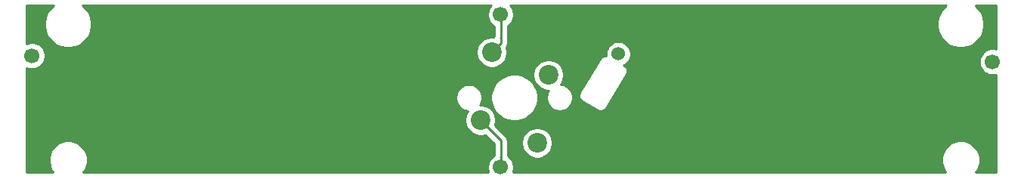
<source format=gbr>
G04 #@! TF.GenerationSoftware,KiCad,Pcbnew,(5.1.6)-1*
G04 #@! TF.CreationDate,2021-12-02T18:02:17-06:00*
G04 #@! TF.ProjectId,Space Hand Wire Helpers,53706163-6520-4486-916e-642057697265,rev?*
G04 #@! TF.SameCoordinates,Original*
G04 #@! TF.FileFunction,Copper,L1,Top*
G04 #@! TF.FilePolarity,Positive*
%FSLAX46Y46*%
G04 Gerber Fmt 4.6, Leading zero omitted, Abs format (unit mm)*
G04 Created by KiCad (PCBNEW (5.1.6)-1) date 2021-12-02 18:02:17*
%MOMM*%
%LPD*%
G01*
G04 APERTURE LIST*
G04 #@! TA.AperFunction,ComponentPad*
%ADD10C,1.700000*%
G04 #@! TD*
G04 #@! TA.AperFunction,ComponentPad*
%ADD11C,1.524000*%
G04 #@! TD*
G04 #@! TA.AperFunction,ComponentPad*
%ADD12C,2.200000*%
G04 #@! TD*
G04 #@! TA.AperFunction,Conductor*
%ADD13C,0.250000*%
G04 #@! TD*
G04 #@! TA.AperFunction,NonConductor*
%ADD14C,0.254000*%
G04 #@! TD*
G04 APERTURE END LIST*
D10*
X145398000Y-103934000D03*
X145398000Y-86834000D03*
X92898000Y-91434000D03*
X200498000Y-92134000D03*
D11*
X158598000Y-91234000D03*
D12*
X143129000Y-98679000D03*
X149479000Y-101219000D03*
X150749000Y-93599000D03*
X144399000Y-91059000D03*
D13*
X145415000Y-89451000D02*
X145398000Y-89434000D01*
X145415000Y-102817000D02*
X145398000Y-102834000D01*
X143129000Y-98679000D02*
X145415000Y-100965000D01*
X145415000Y-100965000D02*
X145415000Y-102817000D01*
X145415000Y-86851000D02*
X145398000Y-86834000D01*
X145415000Y-89451000D02*
X145415000Y-86851000D01*
X145415000Y-103917000D02*
X145398000Y-103934000D01*
X145415000Y-102817000D02*
X145415000Y-103917000D01*
X145415000Y-90043000D02*
X144399000Y-91059000D01*
X145415000Y-89451000D02*
X145415000Y-90043000D01*
D14*
G36*
X95259285Y-85852262D02*
G01*
X94892262Y-86219285D01*
X94603893Y-86650859D01*
X94405261Y-87130399D01*
X94304000Y-87639475D01*
X94304000Y-88158525D01*
X94405261Y-88667601D01*
X94603893Y-89147141D01*
X94892262Y-89578715D01*
X95259285Y-89945738D01*
X95690859Y-90234107D01*
X96170399Y-90432739D01*
X96679475Y-90534000D01*
X97198525Y-90534000D01*
X97707601Y-90432739D01*
X98187141Y-90234107D01*
X98618715Y-89945738D01*
X98985738Y-89578715D01*
X99274107Y-89147141D01*
X99472739Y-88667601D01*
X99574000Y-88158525D01*
X99574000Y-87639475D01*
X99472739Y-87130399D01*
X99274107Y-86650859D01*
X98985738Y-86219285D01*
X98618715Y-85852262D01*
X98579112Y-85825800D01*
X144306093Y-85825800D01*
X144244525Y-85887368D01*
X144082010Y-86130589D01*
X143970068Y-86400842D01*
X143913000Y-86687740D01*
X143913000Y-86980260D01*
X143970068Y-87267158D01*
X144082010Y-87537411D01*
X144244525Y-87780632D01*
X144451368Y-87987475D01*
X144655001Y-88123538D01*
X144655000Y-89265228D01*
X144648998Y-89285015D01*
X144643712Y-89338685D01*
X144569883Y-89324000D01*
X144228117Y-89324000D01*
X143892919Y-89390675D01*
X143577169Y-89521463D01*
X143293002Y-89711337D01*
X143051337Y-89953002D01*
X142861463Y-90237169D01*
X142730675Y-90552919D01*
X142664000Y-90888117D01*
X142664000Y-91229883D01*
X142730675Y-91565081D01*
X142861463Y-91880831D01*
X143051337Y-92164998D01*
X143293002Y-92406663D01*
X143577169Y-92596537D01*
X143892919Y-92727325D01*
X144228117Y-92794000D01*
X144569883Y-92794000D01*
X144905081Y-92727325D01*
X145220831Y-92596537D01*
X145504998Y-92406663D01*
X145746663Y-92164998D01*
X145936537Y-91880831D01*
X146067325Y-91565081D01*
X146134000Y-91229883D01*
X146134000Y-90888117D01*
X146067325Y-90552919D01*
X146037930Y-90481953D01*
X146049974Y-90467277D01*
X146120546Y-90335247D01*
X146137145Y-90280525D01*
X146164003Y-90191986D01*
X146175000Y-90080333D01*
X146175000Y-90080323D01*
X146178676Y-90043000D01*
X146175000Y-90005678D01*
X146175000Y-89488325D01*
X146178676Y-89451000D01*
X146175000Y-89413675D01*
X146175000Y-88100819D01*
X146344632Y-87987475D01*
X146551475Y-87780632D01*
X146713990Y-87537411D01*
X146825932Y-87267158D01*
X146883000Y-86980260D01*
X146883000Y-86687740D01*
X146825932Y-86400842D01*
X146713990Y-86130589D01*
X146551475Y-85887368D01*
X146489907Y-85825800D01*
X195298888Y-85825800D01*
X195259285Y-85852262D01*
X194892262Y-86219285D01*
X194603893Y-86650859D01*
X194405261Y-87130399D01*
X194304000Y-87639475D01*
X194304000Y-88158525D01*
X194405261Y-88667601D01*
X194603893Y-89147141D01*
X194892262Y-89578715D01*
X195259285Y-89945738D01*
X195690859Y-90234107D01*
X196170399Y-90432739D01*
X196679475Y-90534000D01*
X197198525Y-90534000D01*
X197707601Y-90432739D01*
X198187141Y-90234107D01*
X198618715Y-89945738D01*
X198985738Y-89578715D01*
X199274107Y-89147141D01*
X199472739Y-88667601D01*
X199574000Y-88158525D01*
X199574000Y-87639475D01*
X199472739Y-87130399D01*
X199274107Y-86650859D01*
X198985738Y-86219285D01*
X198618715Y-85852262D01*
X198579112Y-85825800D01*
X200864001Y-85825800D01*
X200864001Y-90692709D01*
X200644260Y-90649000D01*
X200351740Y-90649000D01*
X200064842Y-90706068D01*
X199794589Y-90818010D01*
X199551368Y-90980525D01*
X199344525Y-91187368D01*
X199182010Y-91430589D01*
X199070068Y-91700842D01*
X199013000Y-91987740D01*
X199013000Y-92280260D01*
X199070068Y-92567158D01*
X199182010Y-92837411D01*
X199344525Y-93080632D01*
X199551368Y-93287475D01*
X199794589Y-93449990D01*
X200064842Y-93561932D01*
X200351740Y-93619000D01*
X200644260Y-93619000D01*
X200864001Y-93575291D01*
X200864000Y-104471000D01*
X198646796Y-104471000D01*
X198853167Y-104162144D01*
X199015992Y-103769049D01*
X199099000Y-103351741D01*
X199099000Y-102926259D01*
X199015992Y-102508951D01*
X198853167Y-102115856D01*
X198616781Y-101762080D01*
X198315920Y-101461219D01*
X197962144Y-101224833D01*
X197569049Y-101062008D01*
X197151741Y-100979000D01*
X196726259Y-100979000D01*
X196308951Y-101062008D01*
X195915856Y-101224833D01*
X195562080Y-101461219D01*
X195261219Y-101762080D01*
X195024833Y-102115856D01*
X194862008Y-102508951D01*
X194779000Y-102926259D01*
X194779000Y-103351741D01*
X194862008Y-103769049D01*
X195024833Y-104162144D01*
X195231204Y-104471000D01*
X146782919Y-104471000D01*
X146825932Y-104367158D01*
X146883000Y-104080260D01*
X146883000Y-103787740D01*
X146825932Y-103500842D01*
X146713990Y-103230589D01*
X146551475Y-102987368D01*
X146344632Y-102780525D01*
X146175000Y-102667181D01*
X146175000Y-101048117D01*
X147744000Y-101048117D01*
X147744000Y-101389883D01*
X147810675Y-101725081D01*
X147941463Y-102040831D01*
X148131337Y-102324998D01*
X148373002Y-102566663D01*
X148657169Y-102756537D01*
X148972919Y-102887325D01*
X149308117Y-102954000D01*
X149649883Y-102954000D01*
X149985081Y-102887325D01*
X150300831Y-102756537D01*
X150584998Y-102566663D01*
X150826663Y-102324998D01*
X151016537Y-102040831D01*
X151147325Y-101725081D01*
X151214000Y-101389883D01*
X151214000Y-101048117D01*
X151147325Y-100712919D01*
X151016537Y-100397169D01*
X150826663Y-100113002D01*
X150584998Y-99871337D01*
X150300831Y-99681463D01*
X149985081Y-99550675D01*
X149649883Y-99484000D01*
X149308117Y-99484000D01*
X148972919Y-99550675D01*
X148657169Y-99681463D01*
X148373002Y-99871337D01*
X148131337Y-100113002D01*
X147941463Y-100397169D01*
X147810675Y-100712919D01*
X147744000Y-101048117D01*
X146175000Y-101048117D01*
X146175000Y-101002322D01*
X146178676Y-100964999D01*
X146175000Y-100927676D01*
X146175000Y-100927667D01*
X146164003Y-100816014D01*
X146120546Y-100672753D01*
X146049974Y-100540724D01*
X145955001Y-100424999D01*
X145926004Y-100401202D01*
X144771714Y-99246912D01*
X144797325Y-99185081D01*
X144864000Y-98849883D01*
X144864000Y-98508117D01*
X144797325Y-98172919D01*
X144666537Y-97857169D01*
X144476663Y-97573002D01*
X144234998Y-97331337D01*
X143950831Y-97141463D01*
X143635081Y-97010675D01*
X143299883Y-96944000D01*
X143107110Y-96944000D01*
X143174990Y-96842411D01*
X143286932Y-96572158D01*
X143344000Y-96285260D01*
X143344000Y-95992740D01*
X143321471Y-95879475D01*
X144304000Y-95879475D01*
X144304000Y-96398525D01*
X144405261Y-96907601D01*
X144603893Y-97387141D01*
X144892262Y-97818715D01*
X145259285Y-98185738D01*
X145690859Y-98474107D01*
X146170399Y-98672739D01*
X146679475Y-98774000D01*
X147198525Y-98774000D01*
X147707601Y-98672739D01*
X148187141Y-98474107D01*
X148618715Y-98185738D01*
X148985738Y-97818715D01*
X149274107Y-97387141D01*
X149472739Y-96907601D01*
X149574000Y-96398525D01*
X149574000Y-95879475D01*
X149472739Y-95370399D01*
X149274107Y-94890859D01*
X148985738Y-94459285D01*
X148618715Y-94092262D01*
X148187141Y-93803893D01*
X147707601Y-93605261D01*
X147198525Y-93504000D01*
X146679475Y-93504000D01*
X146170399Y-93605261D01*
X145690859Y-93803893D01*
X145259285Y-94092262D01*
X144892262Y-94459285D01*
X144603893Y-94890859D01*
X144405261Y-95370399D01*
X144304000Y-95879475D01*
X143321471Y-95879475D01*
X143286932Y-95705842D01*
X143174990Y-95435589D01*
X143012475Y-95192368D01*
X142805632Y-94985525D01*
X142562411Y-94823010D01*
X142292158Y-94711068D01*
X142005260Y-94654000D01*
X141712740Y-94654000D01*
X141425842Y-94711068D01*
X141155589Y-94823010D01*
X140912368Y-94985525D01*
X140705525Y-95192368D01*
X140543010Y-95435589D01*
X140431068Y-95705842D01*
X140374000Y-95992740D01*
X140374000Y-96285260D01*
X140431068Y-96572158D01*
X140543010Y-96842411D01*
X140705525Y-97085632D01*
X140912368Y-97292475D01*
X141155589Y-97454990D01*
X141425842Y-97566932D01*
X141712740Y-97624000D01*
X141747261Y-97624000D01*
X141591463Y-97857169D01*
X141460675Y-98172919D01*
X141394000Y-98508117D01*
X141394000Y-98849883D01*
X141460675Y-99185081D01*
X141591463Y-99500831D01*
X141781337Y-99784998D01*
X142023002Y-100026663D01*
X142307169Y-100216537D01*
X142622919Y-100347325D01*
X142958117Y-100414000D01*
X143299883Y-100414000D01*
X143635081Y-100347325D01*
X143696912Y-100321714D01*
X144655000Y-101279802D01*
X144655001Y-102644462D01*
X144451368Y-102780525D01*
X144244525Y-102987368D01*
X144082010Y-103230589D01*
X143970068Y-103500842D01*
X143913000Y-103787740D01*
X143913000Y-104080260D01*
X143970068Y-104367158D01*
X144013081Y-104471000D01*
X98646796Y-104471000D01*
X98853167Y-104162144D01*
X99015992Y-103769049D01*
X99099000Y-103351741D01*
X99099000Y-102926259D01*
X99015992Y-102508951D01*
X98853167Y-102115856D01*
X98616781Y-101762080D01*
X98315920Y-101461219D01*
X97962144Y-101224833D01*
X97569049Y-101062008D01*
X97151741Y-100979000D01*
X96726259Y-100979000D01*
X96308951Y-101062008D01*
X95915856Y-101224833D01*
X95562080Y-101461219D01*
X95261219Y-101762080D01*
X95024833Y-102115856D01*
X94862008Y-102508951D01*
X94779000Y-102926259D01*
X94779000Y-103351741D01*
X94862008Y-103769049D01*
X95024833Y-104162144D01*
X95231204Y-104471000D01*
X92302800Y-104471000D01*
X92302800Y-93428117D01*
X149014000Y-93428117D01*
X149014000Y-93769883D01*
X149080675Y-94105081D01*
X149211463Y-94420831D01*
X149401337Y-94704998D01*
X149643002Y-94946663D01*
X149927169Y-95136537D01*
X150242919Y-95267325D01*
X150578117Y-95334000D01*
X150770890Y-95334000D01*
X150703010Y-95435589D01*
X150591068Y-95705842D01*
X150534000Y-95992740D01*
X150534000Y-96285260D01*
X150591068Y-96572158D01*
X150703010Y-96842411D01*
X150865525Y-97085632D01*
X151072368Y-97292475D01*
X151315589Y-97454990D01*
X151585842Y-97566932D01*
X151872740Y-97624000D01*
X152165260Y-97624000D01*
X152452158Y-97566932D01*
X152722411Y-97454990D01*
X152965632Y-97292475D01*
X153172475Y-97085632D01*
X153334990Y-96842411D01*
X153446932Y-96572158D01*
X153504000Y-96285260D01*
X153504000Y-95992740D01*
X153499330Y-95969259D01*
X154176300Y-95969259D01*
X154177376Y-95976533D01*
X154177168Y-95983875D01*
X154187234Y-96043199D01*
X154196039Y-96102740D01*
X154198511Y-96109660D01*
X154199741Y-96116907D01*
X154221189Y-96173132D01*
X154241437Y-96229806D01*
X154245213Y-96236113D01*
X154247832Y-96242978D01*
X154279837Y-96293938D01*
X154310754Y-96345574D01*
X154315687Y-96351022D01*
X154319596Y-96357246D01*
X154360927Y-96400982D01*
X154401324Y-96445595D01*
X154407227Y-96449977D01*
X154412273Y-96455317D01*
X154461324Y-96490137D01*
X154509666Y-96526024D01*
X154546828Y-96543621D01*
X156266385Y-97526226D01*
X156287666Y-97542024D01*
X156324821Y-97559618D01*
X156331158Y-97563239D01*
X156355220Y-97574013D01*
X156409617Y-97599771D01*
X156416745Y-97601560D01*
X156423452Y-97604563D01*
X156482131Y-97617970D01*
X156540492Y-97632617D01*
X156547830Y-97632981D01*
X156554995Y-97634618D01*
X156615139Y-97636319D01*
X156675259Y-97639300D01*
X156682533Y-97638224D01*
X156689875Y-97638432D01*
X156749195Y-97628366D01*
X156808740Y-97619561D01*
X156815661Y-97617088D01*
X156822906Y-97615859D01*
X156879124Y-97594414D01*
X156935806Y-97574163D01*
X156942113Y-97570387D01*
X156948978Y-97567768D01*
X156999929Y-97535769D01*
X157051574Y-97504846D01*
X157057024Y-97499911D01*
X157063245Y-97496004D01*
X157106969Y-97454685D01*
X157151595Y-97414276D01*
X157155977Y-97408373D01*
X157161317Y-97403327D01*
X157196145Y-97354265D01*
X157211871Y-97333081D01*
X157215629Y-97326817D01*
X157239423Y-97293299D01*
X157250252Y-97269112D01*
X159501630Y-93516816D01*
X159525423Y-93483299D01*
X159550003Y-93428401D01*
X159575771Y-93373984D01*
X159577562Y-93366850D01*
X159580563Y-93360146D01*
X159593956Y-93301527D01*
X159608617Y-93243110D01*
X159608981Y-93235762D01*
X159610617Y-93228603D01*
X159612317Y-93168493D01*
X159615300Y-93108342D01*
X159614224Y-93101068D01*
X159614432Y-93093723D01*
X159604364Y-93034386D01*
X159595561Y-92974860D01*
X159593089Y-92967941D01*
X159591859Y-92960692D01*
X159570403Y-92904445D01*
X159550163Y-92847794D01*
X159546389Y-92841491D01*
X159543768Y-92834620D01*
X159511743Y-92783628D01*
X159480846Y-92732026D01*
X159475915Y-92726581D01*
X159472004Y-92720353D01*
X159430640Y-92676581D01*
X159390276Y-92632006D01*
X159384380Y-92627629D01*
X159379327Y-92622282D01*
X159330213Y-92587417D01*
X159281934Y-92551576D01*
X159244795Y-92533990D01*
X159188182Y-92501640D01*
X159259727Y-92472005D01*
X159488535Y-92319120D01*
X159683120Y-92124535D01*
X159836005Y-91895727D01*
X159941314Y-91641490D01*
X159995000Y-91371592D01*
X159995000Y-91096408D01*
X159941314Y-90826510D01*
X159836005Y-90572273D01*
X159683120Y-90343465D01*
X159488535Y-90148880D01*
X159259727Y-89995995D01*
X159005490Y-89890686D01*
X158735592Y-89837000D01*
X158460408Y-89837000D01*
X158190510Y-89890686D01*
X157936273Y-89995995D01*
X157707465Y-90148880D01*
X157512880Y-90343465D01*
X157359995Y-90572273D01*
X157254686Y-90826510D01*
X157201000Y-91096408D01*
X157201000Y-91371592D01*
X157215079Y-91442373D01*
X157176435Y-91441281D01*
X157116340Y-91438301D01*
X157109072Y-91439376D01*
X157101725Y-91439168D01*
X157042387Y-91449236D01*
X156982859Y-91458039D01*
X156975938Y-91460512D01*
X156968693Y-91461741D01*
X156912482Y-91483183D01*
X156855793Y-91503437D01*
X156849485Y-91507214D01*
X156842622Y-91509832D01*
X156791682Y-91541824D01*
X156740025Y-91572754D01*
X156734575Y-91577689D01*
X156728354Y-91581596D01*
X156684641Y-91622905D01*
X156640004Y-91663324D01*
X156635620Y-91669230D01*
X156630283Y-91674273D01*
X156595477Y-91723304D01*
X156579728Y-91744519D01*
X156575964Y-91750792D01*
X156552177Y-91784301D01*
X156541350Y-91808482D01*
X154289973Y-95560779D01*
X154266177Y-95594301D01*
X154241585Y-95649225D01*
X154215829Y-95703617D01*
X154214040Y-95710747D01*
X154211037Y-95717453D01*
X154197634Y-95776116D01*
X154182983Y-95834492D01*
X154182619Y-95841832D01*
X154180982Y-95848997D01*
X154179281Y-95909137D01*
X154176300Y-95969259D01*
X153499330Y-95969259D01*
X153446932Y-95705842D01*
X153334990Y-95435589D01*
X153172475Y-95192368D01*
X152965632Y-94985525D01*
X152722411Y-94823010D01*
X152452158Y-94711068D01*
X152165260Y-94654000D01*
X152130739Y-94654000D01*
X152286537Y-94420831D01*
X152417325Y-94105081D01*
X152484000Y-93769883D01*
X152484000Y-93428117D01*
X152417325Y-93092919D01*
X152286537Y-92777169D01*
X152096663Y-92493002D01*
X151854998Y-92251337D01*
X151570831Y-92061463D01*
X151255081Y-91930675D01*
X150919883Y-91864000D01*
X150578117Y-91864000D01*
X150242919Y-91930675D01*
X149927169Y-92061463D01*
X149643002Y-92251337D01*
X149401337Y-92493002D01*
X149211463Y-92777169D01*
X149080675Y-93092919D01*
X149014000Y-93428117D01*
X92302800Y-93428117D01*
X92302800Y-92794812D01*
X92464842Y-92861932D01*
X92751740Y-92919000D01*
X93044260Y-92919000D01*
X93331158Y-92861932D01*
X93601411Y-92749990D01*
X93844632Y-92587475D01*
X94051475Y-92380632D01*
X94213990Y-92137411D01*
X94325932Y-91867158D01*
X94383000Y-91580260D01*
X94383000Y-91287740D01*
X94325932Y-91000842D01*
X94213990Y-90730589D01*
X94051475Y-90487368D01*
X93844632Y-90280525D01*
X93601411Y-90118010D01*
X93331158Y-90006068D01*
X93044260Y-89949000D01*
X92751740Y-89949000D01*
X92464842Y-90006068D01*
X92302800Y-90073188D01*
X92302800Y-85825800D01*
X95298888Y-85825800D01*
X95259285Y-85852262D01*
G37*
X95259285Y-85852262D02*
X94892262Y-86219285D01*
X94603893Y-86650859D01*
X94405261Y-87130399D01*
X94304000Y-87639475D01*
X94304000Y-88158525D01*
X94405261Y-88667601D01*
X94603893Y-89147141D01*
X94892262Y-89578715D01*
X95259285Y-89945738D01*
X95690859Y-90234107D01*
X96170399Y-90432739D01*
X96679475Y-90534000D01*
X97198525Y-90534000D01*
X97707601Y-90432739D01*
X98187141Y-90234107D01*
X98618715Y-89945738D01*
X98985738Y-89578715D01*
X99274107Y-89147141D01*
X99472739Y-88667601D01*
X99574000Y-88158525D01*
X99574000Y-87639475D01*
X99472739Y-87130399D01*
X99274107Y-86650859D01*
X98985738Y-86219285D01*
X98618715Y-85852262D01*
X98579112Y-85825800D01*
X144306093Y-85825800D01*
X144244525Y-85887368D01*
X144082010Y-86130589D01*
X143970068Y-86400842D01*
X143913000Y-86687740D01*
X143913000Y-86980260D01*
X143970068Y-87267158D01*
X144082010Y-87537411D01*
X144244525Y-87780632D01*
X144451368Y-87987475D01*
X144655001Y-88123538D01*
X144655000Y-89265228D01*
X144648998Y-89285015D01*
X144643712Y-89338685D01*
X144569883Y-89324000D01*
X144228117Y-89324000D01*
X143892919Y-89390675D01*
X143577169Y-89521463D01*
X143293002Y-89711337D01*
X143051337Y-89953002D01*
X142861463Y-90237169D01*
X142730675Y-90552919D01*
X142664000Y-90888117D01*
X142664000Y-91229883D01*
X142730675Y-91565081D01*
X142861463Y-91880831D01*
X143051337Y-92164998D01*
X143293002Y-92406663D01*
X143577169Y-92596537D01*
X143892919Y-92727325D01*
X144228117Y-92794000D01*
X144569883Y-92794000D01*
X144905081Y-92727325D01*
X145220831Y-92596537D01*
X145504998Y-92406663D01*
X145746663Y-92164998D01*
X145936537Y-91880831D01*
X146067325Y-91565081D01*
X146134000Y-91229883D01*
X146134000Y-90888117D01*
X146067325Y-90552919D01*
X146037930Y-90481953D01*
X146049974Y-90467277D01*
X146120546Y-90335247D01*
X146137145Y-90280525D01*
X146164003Y-90191986D01*
X146175000Y-90080333D01*
X146175000Y-90080323D01*
X146178676Y-90043000D01*
X146175000Y-90005678D01*
X146175000Y-89488325D01*
X146178676Y-89451000D01*
X146175000Y-89413675D01*
X146175000Y-88100819D01*
X146344632Y-87987475D01*
X146551475Y-87780632D01*
X146713990Y-87537411D01*
X146825932Y-87267158D01*
X146883000Y-86980260D01*
X146883000Y-86687740D01*
X146825932Y-86400842D01*
X146713990Y-86130589D01*
X146551475Y-85887368D01*
X146489907Y-85825800D01*
X195298888Y-85825800D01*
X195259285Y-85852262D01*
X194892262Y-86219285D01*
X194603893Y-86650859D01*
X194405261Y-87130399D01*
X194304000Y-87639475D01*
X194304000Y-88158525D01*
X194405261Y-88667601D01*
X194603893Y-89147141D01*
X194892262Y-89578715D01*
X195259285Y-89945738D01*
X195690859Y-90234107D01*
X196170399Y-90432739D01*
X196679475Y-90534000D01*
X197198525Y-90534000D01*
X197707601Y-90432739D01*
X198187141Y-90234107D01*
X198618715Y-89945738D01*
X198985738Y-89578715D01*
X199274107Y-89147141D01*
X199472739Y-88667601D01*
X199574000Y-88158525D01*
X199574000Y-87639475D01*
X199472739Y-87130399D01*
X199274107Y-86650859D01*
X198985738Y-86219285D01*
X198618715Y-85852262D01*
X198579112Y-85825800D01*
X200864001Y-85825800D01*
X200864001Y-90692709D01*
X200644260Y-90649000D01*
X200351740Y-90649000D01*
X200064842Y-90706068D01*
X199794589Y-90818010D01*
X199551368Y-90980525D01*
X199344525Y-91187368D01*
X199182010Y-91430589D01*
X199070068Y-91700842D01*
X199013000Y-91987740D01*
X199013000Y-92280260D01*
X199070068Y-92567158D01*
X199182010Y-92837411D01*
X199344525Y-93080632D01*
X199551368Y-93287475D01*
X199794589Y-93449990D01*
X200064842Y-93561932D01*
X200351740Y-93619000D01*
X200644260Y-93619000D01*
X200864001Y-93575291D01*
X200864000Y-104471000D01*
X198646796Y-104471000D01*
X198853167Y-104162144D01*
X199015992Y-103769049D01*
X199099000Y-103351741D01*
X199099000Y-102926259D01*
X199015992Y-102508951D01*
X198853167Y-102115856D01*
X198616781Y-101762080D01*
X198315920Y-101461219D01*
X197962144Y-101224833D01*
X197569049Y-101062008D01*
X197151741Y-100979000D01*
X196726259Y-100979000D01*
X196308951Y-101062008D01*
X195915856Y-101224833D01*
X195562080Y-101461219D01*
X195261219Y-101762080D01*
X195024833Y-102115856D01*
X194862008Y-102508951D01*
X194779000Y-102926259D01*
X194779000Y-103351741D01*
X194862008Y-103769049D01*
X195024833Y-104162144D01*
X195231204Y-104471000D01*
X146782919Y-104471000D01*
X146825932Y-104367158D01*
X146883000Y-104080260D01*
X146883000Y-103787740D01*
X146825932Y-103500842D01*
X146713990Y-103230589D01*
X146551475Y-102987368D01*
X146344632Y-102780525D01*
X146175000Y-102667181D01*
X146175000Y-101048117D01*
X147744000Y-101048117D01*
X147744000Y-101389883D01*
X147810675Y-101725081D01*
X147941463Y-102040831D01*
X148131337Y-102324998D01*
X148373002Y-102566663D01*
X148657169Y-102756537D01*
X148972919Y-102887325D01*
X149308117Y-102954000D01*
X149649883Y-102954000D01*
X149985081Y-102887325D01*
X150300831Y-102756537D01*
X150584998Y-102566663D01*
X150826663Y-102324998D01*
X151016537Y-102040831D01*
X151147325Y-101725081D01*
X151214000Y-101389883D01*
X151214000Y-101048117D01*
X151147325Y-100712919D01*
X151016537Y-100397169D01*
X150826663Y-100113002D01*
X150584998Y-99871337D01*
X150300831Y-99681463D01*
X149985081Y-99550675D01*
X149649883Y-99484000D01*
X149308117Y-99484000D01*
X148972919Y-99550675D01*
X148657169Y-99681463D01*
X148373002Y-99871337D01*
X148131337Y-100113002D01*
X147941463Y-100397169D01*
X147810675Y-100712919D01*
X147744000Y-101048117D01*
X146175000Y-101048117D01*
X146175000Y-101002322D01*
X146178676Y-100964999D01*
X146175000Y-100927676D01*
X146175000Y-100927667D01*
X146164003Y-100816014D01*
X146120546Y-100672753D01*
X146049974Y-100540724D01*
X145955001Y-100424999D01*
X145926004Y-100401202D01*
X144771714Y-99246912D01*
X144797325Y-99185081D01*
X144864000Y-98849883D01*
X144864000Y-98508117D01*
X144797325Y-98172919D01*
X144666537Y-97857169D01*
X144476663Y-97573002D01*
X144234998Y-97331337D01*
X143950831Y-97141463D01*
X143635081Y-97010675D01*
X143299883Y-96944000D01*
X143107110Y-96944000D01*
X143174990Y-96842411D01*
X143286932Y-96572158D01*
X143344000Y-96285260D01*
X143344000Y-95992740D01*
X143321471Y-95879475D01*
X144304000Y-95879475D01*
X144304000Y-96398525D01*
X144405261Y-96907601D01*
X144603893Y-97387141D01*
X144892262Y-97818715D01*
X145259285Y-98185738D01*
X145690859Y-98474107D01*
X146170399Y-98672739D01*
X146679475Y-98774000D01*
X147198525Y-98774000D01*
X147707601Y-98672739D01*
X148187141Y-98474107D01*
X148618715Y-98185738D01*
X148985738Y-97818715D01*
X149274107Y-97387141D01*
X149472739Y-96907601D01*
X149574000Y-96398525D01*
X149574000Y-95879475D01*
X149472739Y-95370399D01*
X149274107Y-94890859D01*
X148985738Y-94459285D01*
X148618715Y-94092262D01*
X148187141Y-93803893D01*
X147707601Y-93605261D01*
X147198525Y-93504000D01*
X146679475Y-93504000D01*
X146170399Y-93605261D01*
X145690859Y-93803893D01*
X145259285Y-94092262D01*
X144892262Y-94459285D01*
X144603893Y-94890859D01*
X144405261Y-95370399D01*
X144304000Y-95879475D01*
X143321471Y-95879475D01*
X143286932Y-95705842D01*
X143174990Y-95435589D01*
X143012475Y-95192368D01*
X142805632Y-94985525D01*
X142562411Y-94823010D01*
X142292158Y-94711068D01*
X142005260Y-94654000D01*
X141712740Y-94654000D01*
X141425842Y-94711068D01*
X141155589Y-94823010D01*
X140912368Y-94985525D01*
X140705525Y-95192368D01*
X140543010Y-95435589D01*
X140431068Y-95705842D01*
X140374000Y-95992740D01*
X140374000Y-96285260D01*
X140431068Y-96572158D01*
X140543010Y-96842411D01*
X140705525Y-97085632D01*
X140912368Y-97292475D01*
X141155589Y-97454990D01*
X141425842Y-97566932D01*
X141712740Y-97624000D01*
X141747261Y-97624000D01*
X141591463Y-97857169D01*
X141460675Y-98172919D01*
X141394000Y-98508117D01*
X141394000Y-98849883D01*
X141460675Y-99185081D01*
X141591463Y-99500831D01*
X141781337Y-99784998D01*
X142023002Y-100026663D01*
X142307169Y-100216537D01*
X142622919Y-100347325D01*
X142958117Y-100414000D01*
X143299883Y-100414000D01*
X143635081Y-100347325D01*
X143696912Y-100321714D01*
X144655000Y-101279802D01*
X144655001Y-102644462D01*
X144451368Y-102780525D01*
X144244525Y-102987368D01*
X144082010Y-103230589D01*
X143970068Y-103500842D01*
X143913000Y-103787740D01*
X143913000Y-104080260D01*
X143970068Y-104367158D01*
X144013081Y-104471000D01*
X98646796Y-104471000D01*
X98853167Y-104162144D01*
X99015992Y-103769049D01*
X99099000Y-103351741D01*
X99099000Y-102926259D01*
X99015992Y-102508951D01*
X98853167Y-102115856D01*
X98616781Y-101762080D01*
X98315920Y-101461219D01*
X97962144Y-101224833D01*
X97569049Y-101062008D01*
X97151741Y-100979000D01*
X96726259Y-100979000D01*
X96308951Y-101062008D01*
X95915856Y-101224833D01*
X95562080Y-101461219D01*
X95261219Y-101762080D01*
X95024833Y-102115856D01*
X94862008Y-102508951D01*
X94779000Y-102926259D01*
X94779000Y-103351741D01*
X94862008Y-103769049D01*
X95024833Y-104162144D01*
X95231204Y-104471000D01*
X92302800Y-104471000D01*
X92302800Y-93428117D01*
X149014000Y-93428117D01*
X149014000Y-93769883D01*
X149080675Y-94105081D01*
X149211463Y-94420831D01*
X149401337Y-94704998D01*
X149643002Y-94946663D01*
X149927169Y-95136537D01*
X150242919Y-95267325D01*
X150578117Y-95334000D01*
X150770890Y-95334000D01*
X150703010Y-95435589D01*
X150591068Y-95705842D01*
X150534000Y-95992740D01*
X150534000Y-96285260D01*
X150591068Y-96572158D01*
X150703010Y-96842411D01*
X150865525Y-97085632D01*
X151072368Y-97292475D01*
X151315589Y-97454990D01*
X151585842Y-97566932D01*
X151872740Y-97624000D01*
X152165260Y-97624000D01*
X152452158Y-97566932D01*
X152722411Y-97454990D01*
X152965632Y-97292475D01*
X153172475Y-97085632D01*
X153334990Y-96842411D01*
X153446932Y-96572158D01*
X153504000Y-96285260D01*
X153504000Y-95992740D01*
X153499330Y-95969259D01*
X154176300Y-95969259D01*
X154177376Y-95976533D01*
X154177168Y-95983875D01*
X154187234Y-96043199D01*
X154196039Y-96102740D01*
X154198511Y-96109660D01*
X154199741Y-96116907D01*
X154221189Y-96173132D01*
X154241437Y-96229806D01*
X154245213Y-96236113D01*
X154247832Y-96242978D01*
X154279837Y-96293938D01*
X154310754Y-96345574D01*
X154315687Y-96351022D01*
X154319596Y-96357246D01*
X154360927Y-96400982D01*
X154401324Y-96445595D01*
X154407227Y-96449977D01*
X154412273Y-96455317D01*
X154461324Y-96490137D01*
X154509666Y-96526024D01*
X154546828Y-96543621D01*
X156266385Y-97526226D01*
X156287666Y-97542024D01*
X156324821Y-97559618D01*
X156331158Y-97563239D01*
X156355220Y-97574013D01*
X156409617Y-97599771D01*
X156416745Y-97601560D01*
X156423452Y-97604563D01*
X156482131Y-97617970D01*
X156540492Y-97632617D01*
X156547830Y-97632981D01*
X156554995Y-97634618D01*
X156615139Y-97636319D01*
X156675259Y-97639300D01*
X156682533Y-97638224D01*
X156689875Y-97638432D01*
X156749195Y-97628366D01*
X156808740Y-97619561D01*
X156815661Y-97617088D01*
X156822906Y-97615859D01*
X156879124Y-97594414D01*
X156935806Y-97574163D01*
X156942113Y-97570387D01*
X156948978Y-97567768D01*
X156999929Y-97535769D01*
X157051574Y-97504846D01*
X157057024Y-97499911D01*
X157063245Y-97496004D01*
X157106969Y-97454685D01*
X157151595Y-97414276D01*
X157155977Y-97408373D01*
X157161317Y-97403327D01*
X157196145Y-97354265D01*
X157211871Y-97333081D01*
X157215629Y-97326817D01*
X157239423Y-97293299D01*
X157250252Y-97269112D01*
X159501630Y-93516816D01*
X159525423Y-93483299D01*
X159550003Y-93428401D01*
X159575771Y-93373984D01*
X159577562Y-93366850D01*
X159580563Y-93360146D01*
X159593956Y-93301527D01*
X159608617Y-93243110D01*
X159608981Y-93235762D01*
X159610617Y-93228603D01*
X159612317Y-93168493D01*
X159615300Y-93108342D01*
X159614224Y-93101068D01*
X159614432Y-93093723D01*
X159604364Y-93034386D01*
X159595561Y-92974860D01*
X159593089Y-92967941D01*
X159591859Y-92960692D01*
X159570403Y-92904445D01*
X159550163Y-92847794D01*
X159546389Y-92841491D01*
X159543768Y-92834620D01*
X159511743Y-92783628D01*
X159480846Y-92732026D01*
X159475915Y-92726581D01*
X159472004Y-92720353D01*
X159430640Y-92676581D01*
X159390276Y-92632006D01*
X159384380Y-92627629D01*
X159379327Y-92622282D01*
X159330213Y-92587417D01*
X159281934Y-92551576D01*
X159244795Y-92533990D01*
X159188182Y-92501640D01*
X159259727Y-92472005D01*
X159488535Y-92319120D01*
X159683120Y-92124535D01*
X159836005Y-91895727D01*
X159941314Y-91641490D01*
X159995000Y-91371592D01*
X159995000Y-91096408D01*
X159941314Y-90826510D01*
X159836005Y-90572273D01*
X159683120Y-90343465D01*
X159488535Y-90148880D01*
X159259727Y-89995995D01*
X159005490Y-89890686D01*
X158735592Y-89837000D01*
X158460408Y-89837000D01*
X158190510Y-89890686D01*
X157936273Y-89995995D01*
X157707465Y-90148880D01*
X157512880Y-90343465D01*
X157359995Y-90572273D01*
X157254686Y-90826510D01*
X157201000Y-91096408D01*
X157201000Y-91371592D01*
X157215079Y-91442373D01*
X157176435Y-91441281D01*
X157116340Y-91438301D01*
X157109072Y-91439376D01*
X157101725Y-91439168D01*
X157042387Y-91449236D01*
X156982859Y-91458039D01*
X156975938Y-91460512D01*
X156968693Y-91461741D01*
X156912482Y-91483183D01*
X156855793Y-91503437D01*
X156849485Y-91507214D01*
X156842622Y-91509832D01*
X156791682Y-91541824D01*
X156740025Y-91572754D01*
X156734575Y-91577689D01*
X156728354Y-91581596D01*
X156684641Y-91622905D01*
X156640004Y-91663324D01*
X156635620Y-91669230D01*
X156630283Y-91674273D01*
X156595477Y-91723304D01*
X156579728Y-91744519D01*
X156575964Y-91750792D01*
X156552177Y-91784301D01*
X156541350Y-91808482D01*
X154289973Y-95560779D01*
X154266177Y-95594301D01*
X154241585Y-95649225D01*
X154215829Y-95703617D01*
X154214040Y-95710747D01*
X154211037Y-95717453D01*
X154197634Y-95776116D01*
X154182983Y-95834492D01*
X154182619Y-95841832D01*
X154180982Y-95848997D01*
X154179281Y-95909137D01*
X154176300Y-95969259D01*
X153499330Y-95969259D01*
X153446932Y-95705842D01*
X153334990Y-95435589D01*
X153172475Y-95192368D01*
X152965632Y-94985525D01*
X152722411Y-94823010D01*
X152452158Y-94711068D01*
X152165260Y-94654000D01*
X152130739Y-94654000D01*
X152286537Y-94420831D01*
X152417325Y-94105081D01*
X152484000Y-93769883D01*
X152484000Y-93428117D01*
X152417325Y-93092919D01*
X152286537Y-92777169D01*
X152096663Y-92493002D01*
X151854998Y-92251337D01*
X151570831Y-92061463D01*
X151255081Y-91930675D01*
X150919883Y-91864000D01*
X150578117Y-91864000D01*
X150242919Y-91930675D01*
X149927169Y-92061463D01*
X149643002Y-92251337D01*
X149401337Y-92493002D01*
X149211463Y-92777169D01*
X149080675Y-93092919D01*
X149014000Y-93428117D01*
X92302800Y-93428117D01*
X92302800Y-92794812D01*
X92464842Y-92861932D01*
X92751740Y-92919000D01*
X93044260Y-92919000D01*
X93331158Y-92861932D01*
X93601411Y-92749990D01*
X93844632Y-92587475D01*
X94051475Y-92380632D01*
X94213990Y-92137411D01*
X94325932Y-91867158D01*
X94383000Y-91580260D01*
X94383000Y-91287740D01*
X94325932Y-91000842D01*
X94213990Y-90730589D01*
X94051475Y-90487368D01*
X93844632Y-90280525D01*
X93601411Y-90118010D01*
X93331158Y-90006068D01*
X93044260Y-89949000D01*
X92751740Y-89949000D01*
X92464842Y-90006068D01*
X92302800Y-90073188D01*
X92302800Y-85825800D01*
X95298888Y-85825800D01*
X95259285Y-85852262D01*
M02*

</source>
